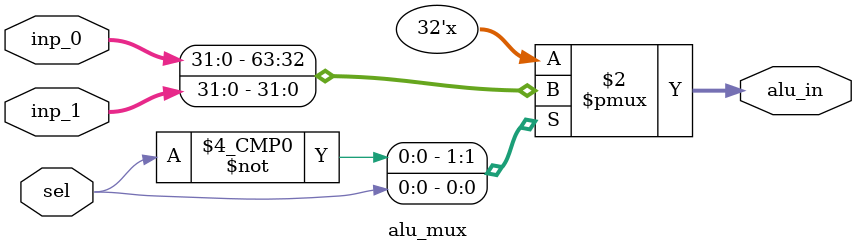
<source format=v>
`timescale 1ns / 1ps


module alu_mux(
    input [31:0] inp_0,
    input [31:0] inp_1,
    input sel,
    output reg [31:0] alu_in
    );

    always @(*) begin
        case (sel)
            1'b0: alu_in <= inp_0;
            1'b1: alu_in <= inp_1;
        endcase
    end
endmodule

</source>
